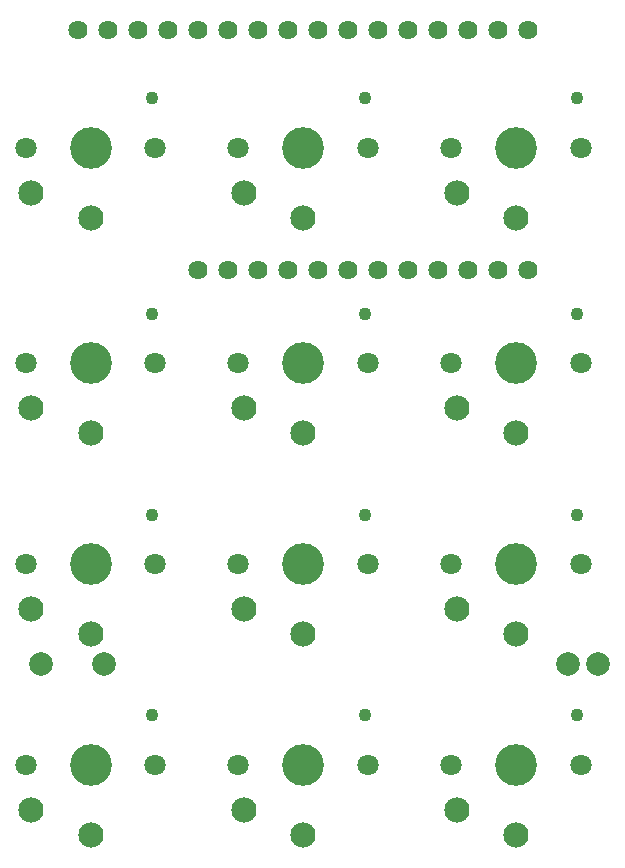
<source format=gts>
G04 #@! TF.GenerationSoftware,KiCad,Pcbnew,(5.1.5-0-10_14)*
G04 #@! TF.CreationDate,2020-01-22T02:54:57-06:00*
G04 #@! TF.ProjectId,imacro,696d6163-726f-42e6-9b69-6361645f7063,rev?*
G04 #@! TF.SameCoordinates,Original*
G04 #@! TF.FileFunction,Soldermask,Top*
G04 #@! TF.FilePolarity,Negative*
%FSLAX46Y46*%
G04 Gerber Fmt 4.6, Leading zero omitted, Abs format (unit mm)*
G04 Created by KiCad (PCBNEW (5.1.5-0-10_14)) date 2020-01-22 02:54:57*
%MOMM*%
%LPD*%
G04 APERTURE LIST*
%ADD10C,2.006600*%
%ADD11C,3.530600*%
%ADD12C,2.133600*%
%ADD13C,1.092200*%
%ADD14C,1.803400*%
%ADD15C,1.625600*%
G04 APERTURE END LIST*
D10*
X82150000Y-108000000D03*
X76850000Y-108000000D03*
D11*
X81000000Y-64293750D03*
D12*
X76000000Y-68093750D03*
X81000000Y-70193750D03*
D13*
X86220000Y-60093750D03*
D14*
X86500000Y-64293750D03*
X75500000Y-64293750D03*
D11*
X99000000Y-82550000D03*
D12*
X94000000Y-86350000D03*
X99000000Y-88450000D03*
D13*
X104220000Y-78350000D03*
D14*
X104500000Y-82550000D03*
X93500000Y-82550000D03*
X75500000Y-82550000D03*
X86500000Y-82550000D03*
D13*
X86220000Y-78350000D03*
D12*
X81000000Y-88450000D03*
X76000000Y-86350000D03*
D11*
X81000000Y-82550000D03*
D14*
X75500000Y-116550000D03*
X86500000Y-116550000D03*
D13*
X86220000Y-112350000D03*
D12*
X81000000Y-122450000D03*
X76000000Y-120350000D03*
D11*
X81000000Y-116550000D03*
D14*
X93500000Y-116550000D03*
X104500000Y-116550000D03*
D13*
X104220000Y-112350000D03*
D12*
X99000000Y-122450000D03*
X94000000Y-120350000D03*
D11*
X99000000Y-116550000D03*
D14*
X111500000Y-116550000D03*
X122500000Y-116550000D03*
D13*
X122220000Y-112350000D03*
D12*
X117000000Y-122450000D03*
X112000000Y-120350000D03*
D11*
X117000000Y-116550000D03*
D14*
X75500000Y-99550000D03*
X86500000Y-99550000D03*
D13*
X86220000Y-95350000D03*
D12*
X81000000Y-105450000D03*
X76000000Y-103350000D03*
D11*
X81000000Y-99550000D03*
D14*
X93500000Y-99550000D03*
X104500000Y-99550000D03*
D13*
X104220000Y-95350000D03*
D12*
X99000000Y-105450000D03*
X94000000Y-103350000D03*
D11*
X99000000Y-99550000D03*
D14*
X111500000Y-99550000D03*
X122500000Y-99550000D03*
D13*
X122220000Y-95350000D03*
D12*
X117000000Y-105450000D03*
X112000000Y-103350000D03*
D11*
X117000000Y-99550000D03*
X117000000Y-82550000D03*
D12*
X112000000Y-86350000D03*
X117000000Y-88450000D03*
D13*
X122220000Y-78350000D03*
D14*
X122500000Y-82550000D03*
X111500000Y-82550000D03*
D11*
X99000000Y-64293750D03*
D12*
X94000000Y-68093750D03*
X99000000Y-70193750D03*
D13*
X104220000Y-60093750D03*
D14*
X104500000Y-64293750D03*
X93500000Y-64293750D03*
D11*
X117000000Y-64293750D03*
D12*
X112000000Y-68093750D03*
X117000000Y-70193750D03*
D13*
X122220000Y-60093750D03*
D14*
X122500000Y-64293750D03*
X111500000Y-64293750D03*
D15*
X90110000Y-74660000D03*
X92650000Y-74660000D03*
X95190000Y-74660000D03*
X97730000Y-74660000D03*
X100270000Y-74660000D03*
X102810000Y-74660000D03*
X105350000Y-74660000D03*
X107890000Y-74660000D03*
X110430000Y-74660000D03*
X112970000Y-74660000D03*
X115510000Y-74660000D03*
X118050000Y-74660000D03*
X118050000Y-54340000D03*
X115510000Y-54340000D03*
X112970000Y-54340000D03*
X110430000Y-54340000D03*
X107890000Y-54340000D03*
X105350000Y-54340000D03*
X102810000Y-54340000D03*
X100270000Y-54340000D03*
X97730000Y-54340000D03*
X95190000Y-54340000D03*
X92650000Y-54340000D03*
X90110000Y-54340000D03*
X87570000Y-54340000D03*
X85030000Y-54340000D03*
X82490000Y-54340000D03*
X79950000Y-54340000D03*
D10*
X124000000Y-108000000D03*
X121460000Y-108000000D03*
M02*

</source>
